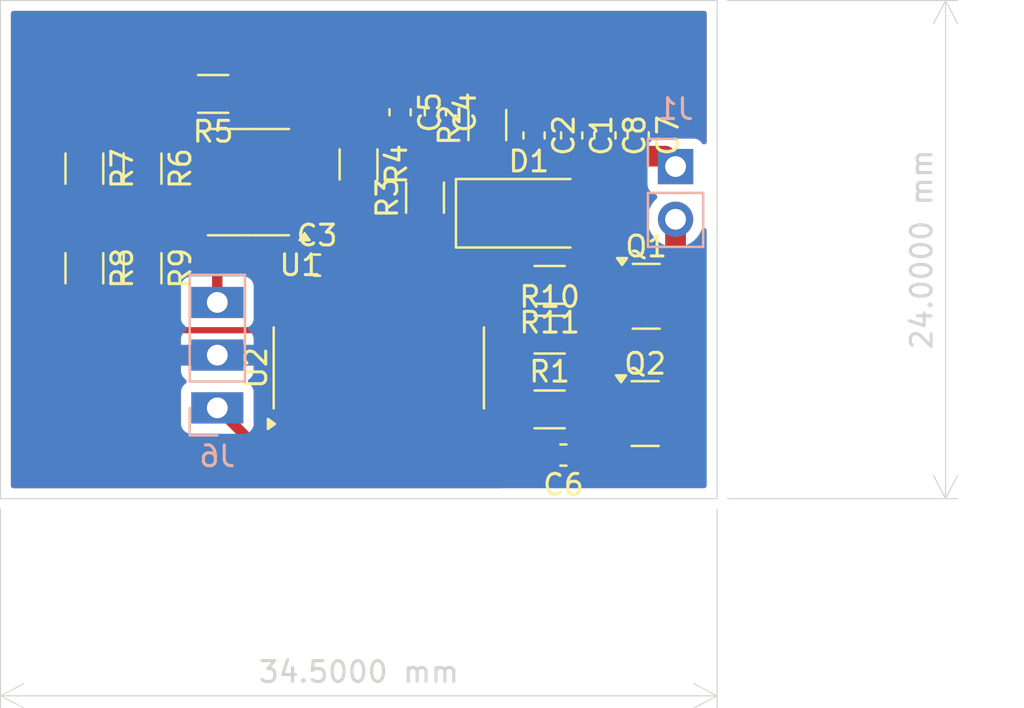
<source format=kicad_pcb>
(kicad_pcb (version 20240108) (generator "pcbnew") (generator_version "8.0")
  (layers (0 "F.Cu" signal) (31 "B.Cu" signal) (34 "B.Paste" user) (35 "F.Paste" user) (36 "B.SilkS" user "B.Silkscreen") (37 "F.SilkS" user "F.Silkscreen") (38 "B.Mask" user) (39 "F.Mask" user) (44 "Edge.Cuts" user))
  (net 0 "")
  (net 1 "Net-(D1-A)")
  (net 2 "GND")
  (net 3 "Net-(D1-K)")
  (net 4 "+5V")
  (net 5 "Net-(C4-Pad2)")
  (net 6 "Net-(C5-Pad1)")
  (net 7 "Net-(J1-Pin_2)")
  (net 8 "SWIO")
  (net 9 "Net-(Q1-G)")
  (net 10 "Net-(Q2-G)")
  (net 11 "PA2")
  (net 12 "Net-(U1A--)")
  (net 13 "Net-(U1B--)")
  (net 14 "Net-(U1B-+)")
  (net 15 "PD5")
  (net 16 "Vref")
  (net 17 "PA1")
  (net 18 "PC4")
  (net 19 "PD6")
  (net 20 "PC2")
  (net 21 "PC3")
  (net 22 "PC0")
  (net 23 "PD7NRST")
  (net 24 "PD4")
  (net 25 "PC6")
  (net 26 "PC1")
  (net 27 "PC7")
  (footprint "Package_TO_SOT_SMD:SOT-23" (layer "F.Cu") (at 151.5375 87.4)
    (property "Reference" "Q2" (at 0 -2.4 0) (layer "F.SilkS"))
    (property "Value" "AO3401A")
    (fp_line (start 0 -1.560001) (end -0.65 -1.56) (stroke (width 0.12)) (layer "F.SilkS"))
    (fp_line (start 0 -1.560001) (end 0.65 -1.56) (stroke (width 0.12)) (layer "F.SilkS"))
    (fp_line (start 0 1.560001) (end -0.65 1.56) (stroke (width 0.12)) (layer "F.SilkS"))
    (fp_line (start 0 1.560001) (end 0.65 1.56) (stroke (width 0.12)) (layer "F.SilkS"))
    (fp_poly (pts (xy -1.1625 -1.51) (xy -1.4025 -1.84) (xy -0.9225 -1.839999) (xy -1.1625 -1.51)) (stroke (width 0.12)) (fill solid) (layer "F.SilkS"))
    (pad "1" smd roundrect (at -0.9375 -0.95) (size 1.475 0.6) (layers "F.Cu" "F.Paste" "F.Mask") (net 10 "Net-(Q2-G)"))
    (pad "2" smd roundrect (at -0.9375 0.95) (size 1.475 0.6) (layers "F.Cu" "F.Paste" "F.Mask") (net 4 "+5V"))
    (pad "3" smd roundrect (at 0.937501 0) (size 1.475 0.6) (layers "F.Cu" "F.Paste" "F.Mask") (net 7 "Net-(J1-Pin_2)"))
  )
  (footprint "Package_TO_SOT_SMD:SOT-23" (layer "F.Cu") (at 151.5875 81.75)
    (property "Reference" "Q1" (at 0 -2.4 0) (layer "F.SilkS"))
    (property "Value" "AO3400A")
    (fp_line (start 0 -1.56) (end -0.65 -1.56) (stroke (width 0.12)) (layer "F.SilkS"))
    (fp_line (start 0 -1.56) (end 0.65 -1.56) (stroke (width 0.12)) (layer "F.SilkS"))
    (fp_line (start 0 1.56) (end -0.65 1.56) (stroke (width 0.12)) (layer "F.SilkS"))
    (fp_line (start 0 1.56) (end 0.65 1.56) (stroke (width 0.12)) (layer "F.SilkS"))
    (fp_poly (pts (xy -1.1625 -1.51) (xy -1.4025 -1.84) (xy -0.9225 -1.84) (xy -1.1625 -1.51)) (stroke (width 0.12)) (fill solid) (layer "F.SilkS"))
    (pad "1" smd roundrect (at -0.9375 -0.95) (size 1.475 0.6) (layers "F.Cu" "F.Paste" "F.Mask") (net 9 "Net-(Q1-G)"))
    (pad "2" smd roundrect (at -0.9375 0.95) (size 1.475 0.6) (layers "F.Cu" "F.Paste" "F.Mask") (net 2 "GND"))
    (pad "3" smd roundrect (at 0.9375 0) (size 1.475 0.6) (layers "F.Cu" "F.Paste" "F.Mask") (net 7 "Net-(J1-Pin_2)"))
  )
  (footprint "Resistor_SMD:R_1206_3216Metric" (layer "F.Cu") (at 146.9375 81.2 180)
    (property "Reference" "R11" (at 0 -1.82 0) (layer "F.SilkS"))
    (property "Value" "100k")
    (fp_line (start -0.727064 0.91) (end 0.727064 0.91) (stroke (width 0.12)) (layer "F.SilkS"))
    (fp_line (start -0.727064 -0.91) (end 0.727064 -0.91) (stroke (width 0.12)) (layer "F.SilkS"))
    (pad "1" smd roundrect (at -1.4625 0 180) (size 1.125 1.75) (layers "F.Cu" "F.Paste" "F.Mask") (roundrect_rratio 0.222222) (net 9 "Net-(Q1-G)"))
    (pad "2" smd roundrect (at 1.4625 0 180) (size 1.125 1.75) (layers "F.Cu" "F.Paste" "F.Mask") (roundrect_rratio 0.222222) (net 2 "GND"))
  )
  (footprint "Resistor_SMD:R_1206_3216Metric" (layer "F.Cu") (at 146.9375 87.2)
    (property "Reference" "R1" (at 0 -1.82 0) (layer "F.SilkS"))
    (property "Value" "100R")
    (fp_line (start -0.727064 -0.91) (end 0.727064 -0.91) (stroke (width 0.12)) (layer "F.SilkS"))
    (fp_line (start -0.727064 0.91) (end 0.727064 0.91) (stroke (width 0.12)) (layer "F.SilkS"))
    (pad "1" smd roundrect (at -1.4625 0) (size 1.125 1.75) (layers "F.Cu" "F.Paste" "F.Mask") (roundrect_rratio 0.222222) (net 11 "PA2"))
    (pad "2" smd roundrect (at 1.4625 0) (size 1.125 1.75) (layers "F.Cu" "F.Paste" "F.Mask") (roundrect_rratio 0.222222) (net 10 "Net-(Q2-G)"))
  )
  (footprint "Resistor_SMD:R_1206_3216Metric" (layer "F.Cu") (at 137.7375 75.4 -90)
    (property "Reference" "R4" (at 0 -1.82 90) (layer "F.SilkS"))
    (property "Value" "10k")
    (fp_line (start -0.727064 0.91) (end 0.727064 0.91) (stroke (width 0.12)) (layer "F.SilkS"))
    (fp_line (start -0.727064 -0.91) (end 0.727064 -0.91) (stroke (width 0.12)) (layer "F.SilkS"))
    (pad "1" smd roundrect (at -1.4625 0 270) (size 1.125 1.75) (layers "F.Cu" "F.Paste" "F.Mask") (roundrect_rratio 0.222222) (net 6 "Net-(C5-Pad1)"))
    (pad "2" smd roundrect (at 1.4625 0 270) (size 1.125 1.75) (layers "F.Cu" "F.Paste" "F.Mask") (roundrect_rratio 0.222222) (net 12 "Net-(U1A--)"))
  )
  (footprint "Package_SO:SOIC-8_3.9x4.9mm_P1.27mm" (layer "F.Cu") (at 132.4375 76.25 180)
    (property "Reference" "U1" (at -2.5 -4 0) (layer "F.SilkS"))
    (property "Value" "LM358")
    (fp_line (start 0 2.559999) (end 1.95 2.56) (stroke (width 0.12)) (layer "F.SilkS"))
    (fp_line (start 0 2.559999) (end -1.95 2.56) (stroke (width 0.12)) (layer "F.SilkS"))
    (fp_line (start 0 -2.559999) (end 1.95 -2.56) (stroke (width 0.12)) (layer "F.SilkS"))
    (fp_line (start 0 -2.559999) (end -1.95 -2.56) (stroke (width 0.12)) (layer "F.SilkS"))
    (fp_poly (pts (xy -2.7 -2.465) (xy -2.939999 -2.795) (xy -2.46 -2.795) (xy -2.7 -2.465)) (stroke (width 0.12)) (fill solid) (layer "F.SilkS"))
    (pad "1" smd roundrect (at -2.475 -1.905 180) (size 1.95 0.6) (layers "F.Cu" "F.Paste" "F.Mask") (net 13 "Net-(U1B--)"))
    (pad "2" smd roundrect (at -2.475 -0.635 180) (size 1.95 0.6) (layers "F.Cu" "F.Paste" "F.Mask") (net 12 "Net-(U1A--)"))
    (pad "3" smd roundrect (at -2.475 0.635 180) (size 1.95 0.6) (layers "F.Cu" "F.Paste" "F.Mask") (net 16 "Vref"))
    (pad "4" smd roundrect (at -2.475 1.905 180) (size 1.95 0.6) (layers "F.Cu" "F.Paste" "F.Mask") (net 2 "GND"))
    (pad "5" smd roundrect (at 2.475 1.905 180) (size 1.95 0.6) (layers "F.Cu" "F.Paste" "F.Mask") (net 14 "Net-(U1B-+)"))
    (pad "6" smd roundrect (at 2.475 0.635 180) (size 1.95 0.6) (layers "F.Cu" "F.Paste" "F.Mask") (net 13 "Net-(U1B--)"))
    (pad "7" smd roundrect (at 2.475 -0.635 180) (size 1.95 0.6) (layers "F.Cu" "F.Paste" "F.Mask") (net 22 "PC0"))
    (pad "8" smd roundrect (at 2.475 -1.905 180) (size 1.95 0.6) (layers "F.Cu" "F.Paste" "F.Mask") (net 4 "+5V"))
  )
  (footprint "Package_SO:SO-16_3.9x9.9mm_P1.27mm" (layer "F.Cu") (at 138.7125 85.2 90)
    (property "Reference" "U2" (at 0 -5.9 90) (layer "F.SilkS"))
    (property "Value" "CH32V003A4M6")
    (fp_line (start 0 -5.06) (end 1.95 -5.06) (stroke (width 0.12)) (layer "F.SilkS"))
    (fp_line (start 0 -5.06) (end -1.95 -5.06) (stroke (width 0.12)) (layer "F.SilkS"))
    (fp_line (start 0 5.06) (end 1.95 5.06) (stroke (width 0.12)) (layer "F.SilkS"))
    (fp_line (start 0 5.06) (end -1.95 5.06) (stroke (width 0.12)) (layer "F.SilkS"))
    (fp_poly (pts (xy -2.7 -5.005) (xy -2.94 -5.335) (xy -2.46 -5.335) (xy -2.7 -5.005)) (stroke (width 0.12)) (fill solid) (layer "F.SilkS"))
    (pad "1" smd roundrect (at -2.575 -4.445001 90) (size 1.75 0.6) (layers "F.Cu" "F.Paste" "F.Mask") (net 26 "PC1"))
    (pad "2" smd roundrect (at -2.575 -3.175 90) (size 1.75 0.6) (layers "F.Cu" "F.Paste" "F.Mask") (net 20 "PC2"))
    (pad "3" smd roundrect (at -2.575 -1.904999 90) (size 1.75 0.6) (layers "F.Cu" "F.Paste" "F.Mask") (net 21 "PC3"))
    (pad "4" smd roundrect (at -2.575 -0.635 90) (size 1.75 0.6) (layers "F.Cu" "F.Paste" "F.Mask") (net 18 "PC4"))
    (pad "5" smd roundrect (at -2.575 0.635 90) (size 1.75 0.6) (layers "F.Cu" "F.Paste" "F.Mask") (net 25 "PC6"))
    (pad "6" smd roundrect (at -2.575 1.904999 90) (size 1.75 0.6) (layers "F.Cu" "F.Paste" "F.Mask") (net 27 "PC7"))
    (pad "7" smd roundrect (at -2.575 3.175 90) (size 1.75 0.6) (layers "F.Cu" "F.Paste" "F.Mask") (net 8 "SWIO"))
    (pad "8" smd roundrect (at -2.575 4.445001 90) (size 1.75 0.6) (layers "F.Cu" "F.Paste" "F.Mask") (net 24 "PD4"))
    (pad "9" smd roundrect (at 2.575 4.445001 90) (size 1.75 0.6) (layers "F.Cu" "F.Paste" "F.Mask") (net 15 "PD5"))
    (pad "10" smd roundrect (at 2.575 3.175 90) (size 1.75 0.6) (layers "F.Cu" "F.Paste" "F.Mask") (net 19 "PD6"))
    (pad "11" smd roundrect (at 2.575 1.904999 90) (size 1.75 0.6) (layers "F.Cu" "F.Paste" "F.Mask") (net 23 "PD7NRST"))
    (pad "12" smd roundrect (at 2.575 0.635 90) (size 1.75 0.6) (layers "F.Cu" "F.Paste" "F.Mask") (net 17 "PA1"))
    (pad "13" smd roundrect (at 2.575 -0.635 90) (size 1.75 0.6) (layers "F.Cu" "F.Paste" "F.Mask") (net 11 "PA2"))
    (pad "14" smd roundrect (at 2.575 -1.904999 90) (size 1.75 0.6) (layers "F.Cu" "F.Paste" "F.Mask") (net 2 "GND"))
    (pad "15" smd roundrect (at 2.575 -3.175 90) (size 1.75 0.6) (layers "F.Cu" "F.Paste" "F.Mask") (net 4 "+5V"))
    (pad "16" smd roundrect (at 2.575 -4.445001 90) (size 1.75 0.6) (layers "F.Cu" "F.Paste" "F.Mask") (net 22 "PC0"))
  )
  (footprint "Resistor_SMD:R_1206_3216Metric" (layer "F.Cu") (at 127.3375 80.4 -90)
    (property "Reference" "R9" (at 0 -1.82 90) (layer "F.SilkS"))
    (property "Value" "10k")
    (fp_line (start -0.727064 0.91) (end 0.727064 0.91) (stroke (width 0.12)) (layer "F.SilkS"))
    (fp_line (start -0.727064 -0.91) (end 0.727064 -0.91) (stroke (width 0.12)) (layer "F.SilkS"))
    (pad "1" smd roundrect (at -1.4625 0 270) (size 1.125 1.75) (layers "F.Cu" "F.Paste" "F.Mask") (roundrect_rratio 0.222222) (net 4 "+5V"))
    (pad "2" smd roundrect (at 1.4625 0 270) (size 1.125 1.75) (layers "F.Cu" "F.Paste" "F.Mask") (roundrect_rratio 0.222222) (net 16 "Vref"))
  )
  (footprint "Diode_SMD:D_SMA" (layer "F.Cu") (at 145.9375 77.750001)
    (property "Reference" "D1" (at 0 -2.5 0) (layer "F.SilkS"))
    (property "Value" "D")
    (fp_line (start -3.51 -1.65) (end -3.51 1.65) (stroke (width 0.12)) (layer "F.SilkS"))
    (fp_line (start -3.51 -1.65) (end 2 -1.65) (stroke (width 0.12)) (layer "F.SilkS"))
    (fp_line (start -3.51 1.65) (end 2 1.65) (stroke (width 0.12)) (layer "F.SilkS"))
    (pad "1" smd roundrect (at -2.000001 0) (size 2.5 1.8) (layers "F.Cu" "F.Paste" "F.Mask") (roundrect_rratio 0.1388888889) (net 3 "Net-(D1-K)"))
    (pad "2" smd roundrect (at 2.000001 0) (size 2.5 1.8) (layers "F.Cu" "F.Paste" "F.Mask") (roundrect_rratio 0.1388888889) (net 1 "Net-(D1-A)"))
  )
  (footprint "Capacitor_SMD:C_0603_1608Metric_Pad1.08x0.95mm_HandSolder" (layer "F.Cu") (at 149.6 74 -90)
    (property "Reference" "C8" (at 0 -1.43 90) (layer "F.SilkS"))
    (property "Value" "Tune")
    (fp_line (start -0.146267 0.51) (end 0.146267 0.51) (stroke (width 0.12)) (layer "F.SilkS"))
    (fp_line (start -0.146267 -0.51) (end 0.146267 -0.51) (stroke (width 0.12)) (layer "F.SilkS"))
    (pad "1" smd roundrect (at -0.862501 0 270) (size 1.075 0.95) (layers "F.Cu" "F.Paste" "F.Mask") (net 2 "GND"))
    (pad "2" smd roundrect (at 0.862501 0 270) (size 1.075 0.95) (layers "F.Cu" "F.Paste" "F.Mask") (net 1 "Net-(D1-A)"))
  )
  (footprint "Capacitor_SMD:C_0603_1608Metric_Pad1.08x0.95mm_HandSolder" (layer "F.Cu") (at 147.600001 89.4 180)
    (property "Reference" "C6" (at 0 -1.43 0) (layer "F.SilkS"))
    (property "Value" "0.1uF")
    (fp_line (start -0.146267 0.51) (end 0.146267 0.51) (stroke (width 0.12)) (layer "F.SilkS"))
    (fp_line (start -0.146267 -0.51) (end 0.146267 -0.51) (stroke (width 0.12)) (layer "F.SilkS"))
    (pad "1" smd roundrect (at -0.862501 0 180) (size 1.075 0.95) (layers "F.Cu" "F.Paste" "F.Mask") (net 4 "+5V"))
    (pad "2" smd roundrect (at 0.862501 0 180) (size 1.075 0.95) (layers "F.Cu" "F.Paste" "F.Mask") (net 2 "GND"))
  )
  (footprint "Capacitor_SMD:C_0603_1608Metric_Pad1.08x0.95mm_HandSolder" (layer "F.Cu") (at 139.7375 72.887499 -90)
    (property "Reference" "C5" (at 0 -1.43 90) (layer "F.SilkS"))
    (property "Value" "10n")
    (fp_line (start -0.146267 0.51) (end 0.146267 0.51) (stroke (width 0.12)) (layer "F.SilkS"))
    (fp_line (start -0.146267 -0.51) (end 0.146267 -0.51) (stroke (width 0.12)) (layer "F.SilkS"))
    (pad "1" smd roundrect (at -0.862501 0 270) (size 1.075 0.95) (layers "F.Cu" "F.Paste" "F.Mask") (net 6 "Net-(C5-Pad1)"))
    (pad "2" smd roundrect (at 0.862501 0 270) (size 1.075 0.95) (layers "F.Cu" "F.Paste" "F.Mask") (net 5 "Net-(C4-Pad2)"))
  )
  (footprint "Resistor_SMD:R_1206_3216Metric" (layer "F.Cu") (at 124.5375 75.6 -90)
    (property "Reference" "R7" (at 0 -1.82 90) (layer "F.SilkS"))
    (property "Value" "10k")
    (fp_line (start -0.727064 0.91) (end 0.727064 0.91) (stroke (width 0.12)) (layer "F.SilkS"))
    (fp_line (start -0.727064 -0.91) (end 0.727064 -0.91) (stroke (width 0.12)) (layer "F.SilkS"))
    (pad "1" smd roundrect (at -1.4625 0 270) (size 1.125 1.75) (layers "F.Cu" "F.Paste" "F.Mask") (roundrect_rratio 0.222222) (net 14 "Net-(U1B-+)"))
    (pad "2" smd roundrect (at 1.4625 0 270) (size 1.125 1.75) (layers "F.Cu" "F.Paste" "F.Mask") (roundrect_rratio 0.222222) (net 16 "Vref"))
  )
  (footprint "Resistor_SMD:R_1206_3216Metric" (layer "F.Cu") (at 127.3375 75.6 -90)
    (property "Reference" "R6" (at 0 -1.82 90) (layer "F.SilkS"))
    (property "Value" "100k")
    (fp_line (start -0.727064 0.91) (end 0.727064 0.91) (stroke (width 0.12)) (layer "F.SilkS"))
    (fp_line (start -0.727064 -0.91) (end 0.727064 -0.91) (stroke (width 0.12)) (layer "F.SilkS"))
    (pad "1" smd roundrect (at -1.4625 0 270) (size 1.125 1.75) (layers "F.Cu" "F.Paste" "F.Mask") (roundrect_rratio 0.222222) (net 14 "Net-(U1B-+)"))
    (pad "2" smd roundrect (at 1.4625 0 270) (size 1.125 1.75) (layers "F.Cu" "F.Paste" "F.Mask") (roundrect_rratio 0.222222) (net 22 "PC0"))
  )
  (footprint "Capacitor_SMD:C_0603_1608Metric_Pad1.08x0.95mm_HandSolder" (layer "F.Cu") (at 146.187501 74 -90)
    (property "Reference" "C2" (at 0 -1.43 90) (layer "F.SilkS"))
    (property "Value" "3n3")
    (fp_line (start -0.146267 0.51) (end 0.146267 0.51) (stroke (width 0.12)) (layer "F.SilkS"))
    (fp_line (start -0.146267 -0.51) (end 0.146267 -0.51) (stroke (width 0.12)) (layer "F.SilkS"))
    (pad "1" smd roundrect (at -0.862501 0 270) (size 1.075 0.95) (layers "F.Cu" "F.Paste" "F.Mask") (net 2 "GND"))
    (pad "2" smd roundrect (at 0.862501 0 270) (size 1.075 0.95) (layers "F.Cu" "F.Paste" "F.Mask") (net 3 "Net-(D1-K)"))
  )
  (footprint "Resistor_SMD:R_1206_3216Metric" (layer "F.Cu") (at 146.9375 83.6)
    (property "Reference" "R10" (at 0 -1.82 0) (layer "F.SilkS"))
    (property "Value" "100R")
    (fp_line (start -0.727064 -0.91) (end 0.727064 -0.91) (stroke (width 0.12)) (layer "F.SilkS"))
    (fp_line (start -0.727064 0.91) (end 0.727064 0.91) (stroke (width 0.12)) (layer "F.SilkS"))
    (pad "1" smd roundrect (at -1.4625 0) (size 1.125 1.75) (layers "F.Cu" "F.Paste" "F.Mask") (roundrect_rratio 0.222222) (net 17 "PA1"))
    (pad "2" smd roundrect (at 1.4625 0) (size 1.125 1.75) (layers "F.Cu" "F.Paste" "F.Mask") (roundrect_rratio 0.222222) (net 9 "Net-(Q1-G)"))
  )
  (footprint "Capacitor_SMD:C_0603_1608Metric_Pad1.08x0.95mm_HandSolder" (layer "F.Cu") (at 148 74 -90)
    (property "Reference" "C1" (at 0 -1.43 90) (layer "F.SilkS"))
    (property "Value" "Tune")
    (fp_line (start -0.146267 0.51) (end 0.146267 0.51) (stroke (width 0.12)) (layer "F.SilkS"))
    (fp_line (start -0.146267 -0.51) (end 0.146267 -0.51) (stroke (width 0.12)) (layer "F.SilkS"))
    (pad "1" smd roundrect (at -0.862501 0 270) (size 1.075 0.95) (layers "F.Cu" "F.Paste" "F.Mask") (net 2 "GND"))
    (pad "2" smd roundrect (at 0.862501 0 270) (size 1.075 0.95) (layers "F.Cu" "F.Paste" "F.Mask") (net 1 "Net-(D1-A)"))
  )
  (footprint "Capacitor_SMD:C_0603_1608Metric_Pad1.08x0.95mm_HandSolder" (layer "F.Cu") (at 135.7375 80.25)
    (property "Reference" "C3" (at 0 -1.43 0) (layer "F.SilkS"))
    (property "Value" "0.1uF")
    (fp_line (start -0.146267 -0.51) (end 0.146267 -0.51) (stroke (width 0.12)) (layer "F.SilkS"))
    (fp_line (start -0.146267 0.51) (end 0.146267 0.51) (stroke (width 0.12)) (layer "F.SilkS"))
    (pad "1" smd roundrect (at -0.8625 0) (size 1.075 0.95) (layers "F.Cu" "F.Paste" "F.Mask") (net 4 "+5V"))
    (pad "2" smd roundrect (at 0.8625 0) (size 1.075 0.95) (layers "F.Cu" "F.Paste" "F.Mask") (net 2 "GND"))
  )
  (footprint "Resistor_SMD:R_1206_3216Metric" (layer "F.Cu") (at 143.9375 73.5 90)
    (property "Reference" "R2" (at 0 -1.82 90) (layer "F.SilkS"))
    (property "Value" "100k")
    (fp_line (start -0.727064 -0.91) (end 0.727064 -0.91) (stroke (width 0.12)) (layer "F.SilkS"))
    (fp_line (start -0.727064 0.91) (end 0.727064 0.91) (stroke (width 0.12)) (layer "F.SilkS"))
    (pad "1" smd roundrect (at -1.4625 0 90) (size 1.125 1.75) (layers "F.Cu" "F.Paste" "F.Mask") (roundrect_rratio 0.222222) (net 3 "Net-(D1-K)"))
    (pad "2" smd roundrect (at 1.4625 0 90) (size 1.125 1.75) (layers "F.Cu" "F.Paste" "F.Mask") (roundrect_rratio 0.222222) (net 2 "GND"))
  )
  (footprint "Resistor_SMD:R_1206_3216Metric" (layer "F.Cu") (at 130.7375 72 180)
    (property "Reference" "R5" (at 0 -1.82 0) (layer "F.SilkS"))
    (property "Value" "100k")
    (fp_line (start -0.727064 0.91) (end 0.727064 0.91) (stroke (width 0.12)) (layer "F.SilkS"))
    (fp_line (start -0.727064 -0.91) (end 0.727064 -0.91) (stroke (width 0.12)) (layer "F.SilkS"))
    (pad "1" smd roundrect (at -1.4625 0 180) (size 1.125 1.75) (layers "F.Cu" "F.Paste" "F.Mask") (roundrect_rratio 0.222222) (net 12 "Net-(U1A--)"))
    (pad "2" smd roundrect (at 1.4625 0 180) (size 1.125 1.75) (layers "F.Cu" "F.Paste" "F.Mask") (roundrect_rratio 0.222222) (net 13 "Net-(U1B--)"))
  )
  (footprint "Capacitor_SMD:C_0603_1608Metric_Pad1.08x0.95mm_HandSolder" (layer "F.Cu") (at 151.2 74 -90)
    (property "Reference" "C7" (at 0 -1.43 90) (layer "F.SilkS"))
    (property "Value" "Tune")
    (fp_line (start -0.146267 0.51) (end 0.146267 0.51) (stroke (width 0.12)) (layer "F.SilkS"))
    (fp_line (start -0.146267 -0.51) (end 0.146267 -0.51) (stroke (width 0.12)) (layer "F.SilkS"))
    (pad "1" smd roundrect (at -0.862501 0 270) (size 1.075 0.95) (layers "F.Cu" "F.Paste" "F.Mask") (net 2 "GND"))
    (pad "2" smd roundrect (at 0.862501 0 270) (size 1.075 0.95) (layers "F.Cu" "F.Paste" "F.Mask") (net 1 "Net-(D1-A)"))
  )
  (footprint "Resistor_SMD:R_1206_3216Metric" (layer "F.Cu") (at 124.5375 80.4 -90)
    (property "Reference" "R8" (at 0 -1.82 90) (layer "F.SilkS"))
    (property "Value" "10k")
    (fp_line (start -0.727064 0.91) (end 0.727064 0.91) (stroke (width 0.12)) (layer "F.SilkS"))
    (fp_line (start -0.727064 -0.91) (end 0.727064 -0.91) (stroke (width 0.12)) (layer "F.SilkS"))
    (pad "1" smd roundrect (at -1.4625 0 270) (size 1.125 1.75) (layers "F.Cu" "F.Paste" "F.Mask") (roundrect_rratio 0.222222) (net 16 "Vref"))
    (pad "2" smd roundrect (at 1.4625 0 270) (size 1.125 1.75) (layers "F.Cu" "F.Paste" "F.Mask") (roundrect_rratio 0.222222) (net 2 "GND"))
  )
  (footprint "Capacitor_SMD:C_0603_1608Metric_Pad1.08x0.95mm_HandSolder" (layer "F.Cu") (at 141.4375 72.887499 -90)
    (property "Reference" "C4" (at 0 -1.43 90) (layer "F.SilkS"))
    (property "Value" "3n3")
    (fp_line (start -0.146267 0.51) (end 0.146267 0.51) (stroke (width 0.12)) (layer "F.SilkS"))
    (fp_line (start -0.146267 -0.51) (end 0.146267 -0.51) (stroke (width 0.12)) (layer "F.SilkS"))
    (pad "1" smd roundrect (at -0.862501 0 270) (size 1.075 0.95) (layers "F.Cu" "F.Paste" "F.Mask") (net 2 "GND"))
    (pad "2" smd roundrect (at 0.862501 0 270) (size 1.075 0.95) (layers "F.Cu" "F.Paste" "F.Mask") (net 5 "Net-(C4-Pad2)"))
  )
  (footprint "Resistor_SMD:R_1206_3216Metric" (layer "F.Cu") (at 140.9375 77 90)
    (property "Reference" "R3" (at 0 -1.82 90) (layer "F.SilkS"))
    (property "Value" "10k")
    (fp_line (start -0.727064 -0.91) (end 0.727064 -0.91) (stroke (width 0.12)) (layer "F.SilkS"))
    (fp_line (start -0.727064 0.91) (end 0.727064 0.91) (stroke (width 0.12)) (layer "F.SilkS"))
    (pad "1" smd roundrect (at -1.4625 0 90) (size 1.125 1.75) (layers "F.Cu" "F.Paste" "F.Mask") (roundrect_rratio 0.222222) (net 3 "Net-(D1-K)"))
    (pad "2" smd roundrect (at 1.4625 0 90) (size 1.125 1.75) (layers "F.Cu" "F.Paste" "F.Mask") (roundrect_rratio 0.222222) (net 5 "Net-(C4-Pad2)"))
  )
  (footprint "Connector_PinSocket_2.54mm:PinSocket_1x02_P2.54mm_Vertical" (layer "B.Cu") (at 153 75.5 180)
    (property "Reference" "J1" (at 0 2.77 0) (layer "B.SilkS") (effects (justify mirror)))
    (property "Value" "Coil")
    (fp_line (start 1.33 1.33) (end 0 1.33) (stroke (width 0.12)) (layer "B.SilkS"))
    (fp_line (start 1.33 0) (end 1.33 1.33) (stroke (width 0.12)) (layer "B.SilkS"))
    (fp_line (start 1.33 -1.270001) (end -1.33 -1.270001) (stroke (width 0.12)) (layer "B.SilkS"))
    (fp_line (start 1.33 -3.87) (end 1.33 -1.270001) (stroke (width 0.12)) (layer "B.SilkS"))
    (fp_line (start 1.33 -3.87) (end -1.33 -3.87) (stroke (width 0.12)) (layer "B.SilkS"))
    (fp_line (start -1.33 -3.87) (end -1.33 -1.270001) (stroke (width 0.12)) (layer "B.SilkS"))
    (pad "1" thru_hole rect (at 0 0 180) (size 1.7 1.7) (drill 1) (layers "*.Cu" "*.Mask") (net 1 "Net-(D1-A)"))
    (pad "2" thru_hole oval (at 0 -2.54 180) (size 1.7 1.7) (drill 1) (layers "*.Cu" "*.Mask") (net 7 "Net-(J1-Pin_2)"))
  )
  (footprint "Connector_PinHeader_2.54mm:PinHeader_1x03_P2.54mm_Vertical" (layer "B.Cu") (at 130.9375 87.125)
    (property "Reference" "J6" (at 0 2.33 0) (layer "B.SilkS") (effects (justify mirror)))
    (property "Value" "PROG")
    (fp_line (start -1.33 -6.409999) (end -1.33 -1.270001) (stroke (width 0.12)) (layer "B.SilkS"))
    (fp_line (start -1.33 1.33) (end -1.33 0) (stroke (width 0.12)) (layer "B.SilkS"))
    (fp_line (start 0 1.33) (end -1.33 1.33) (stroke (width 0.12)) (layer "B.SilkS"))
    (fp_line (start 1.33 -6.409999) (end -1.33 -6.409999) (stroke (width 0.12)) (layer "B.SilkS"))
    (fp_line (start 1.33 -6.409999) (end 1.33 -1.270001) (stroke (width 0.12)) (layer "B.SilkS"))
    (fp_line (start 1.33 -1.270001) (end -1.33 -1.270001) (stroke (width 0.12)) (layer "B.SilkS"))
    (pad "1" thru_hole rect (at 0 0) (size 2.5 1.5) (drill 1) (layers "*.Cu" "*.Mask") (net 8 "SWIO"))
    (pad "2" thru_hole rect (at 0 -2.54) (size 2.5 1.5) (drill 1) (layers "*.Cu" "*.Mask") (net 2 "GND") (thermal_bridge_width 1))
    (pad "3" thru_hole rect (at 0 -5.079999) (size 2.5 1.5) (drill 1) (layers "*.Cu" "*.Mask") (net 4 "+5V"))
  )
  (gr_line (start 155 67.5) (end 120.5 67.5) (stroke (width 0.05)) (layer "Edge.Cuts"))
  (gr_line (start 120.5 91.5) (end 155 91.5) (stroke (width 0.05)) (layer "Edge.Cuts"))
  (gr_line (start 155 91.5) (end 155 67.5) (stroke (width 0.05)) (layer "Edge.Cuts"))
  (gr_line (start 120.5 67.5) (end 120.5 91.5) (stroke (width 0.05)) (layer "Edge.Cuts"))
  (gr_text "B.I. 2025" (at 121.5 83.6 270) (layer "F.Cu" knockout) (effects (font (size 1 1) (thickness 0.2)) (justify left bottom)))
  (dimension (type aligned) (layer "Edge.Cuts") (pts (xy 155 91.5) (xy 155 67.5)) (height 11) (gr_text "24.0000 mm" (at 164.85 79.5 90) (layer "Edge.Cuts") (effects (font (size 1 1) (thickness 0.15)))) (format (prefix "") (suffix "") (units 3) (units_format 1) (precision 4)) (style (thickness 0.05) (arrow_length 1.27) (text_position_mode 0) (extension_height 0.58642) (extension_offset 0.5) keep_text_aligned))
  (dimension (type aligned) (layer "Edge.Cuts") (pts (xy 120.5 91.5) (xy 155 91.5)) (height 9.5) (gr_text "34.5000 mm" (at 137.75 99.85 0) (layer "Edge.Cuts") (effects (font (size 1 1) (thickness 0.15)))) (format (prefix "") (suffix "") (units 3) (units_format 1) (precision 4)) (style (thickness 0.05) (arrow_length 1.27) (text_position_mode 0) (extension_height 0.58642) (extension_offset 0.5) keep_text_aligned))
  (segment (start 148.1325 77.555002) (end 147.937501 77.750001) (width 0.5) (layer "F.Cu") (net 1))
  (segment (start 148.269999 75) (end 148.1325 74.862501) (width 1) (layer "F.Cu") (net 1))
  (segment (start 152.5 75) (end 148.269999 75) (width 1) (layer "F.Cu") (net 1))
  (segment (start 148.1325 75.6) (end 148.1325 77.555002) (width 0.5) (layer "F.Cu") (net 1))
  (segment (start 153 75.5) (end 152.5 75) (width 1) (layer "F.Cu") (net 1))
  (segment (start 148.1325 74.862501) (end 148.1325 75.6) (width 0.5) (layer "F.Cu") (net 1))
  (segment (start 150.65 84.6875) (end 150.1375 85.2) (width 0.5) (layer "F.Cu") (net 2))
  (segment (start 146.5875 82.3125) (end 146.5875 81.2) (width 0.5) (layer "F.Cu") (net 2))
  (segment (start 139.3375 75.8) (end 139.3375 80.25) (width 0.5) (layer "F.Cu") (net 2))
  (segment (start 146.5875 89.25) (end 146.5875 82.3125) (width 0.5) (layer "F.Cu") (net 2))
  (segment (start 136.807501 80.457501) (end 136.807501 82.625) (width 0.5) (layer "F.Cu") (net 2))
  (segment (start 143.924998 72.024998) (end 143.9375 72.0375) (width 0.5) (layer "F.Cu") (net 2))
  (segment (start 141.4375 72.024998) (end 143.924998 72.024998) (width 0.5) (layer "F.Cu") (net 2))
  (segment (start 137.124202 75.4) (end 138.9375 75.4) (width 0.5) (layer "F.Cu") (net 2))
  (segment (start 134.9125 74.345) (end 136.069202 74.345) (width 0.5) (layer "F.Cu") (net 2))
  (segment (start 146.5875 81.2) (end 145.475 81.2) (width 0.5) (layer "F.Cu") (net 2))
  (segment (start 150.65 82.7) (end 150.65 84.6875) (width 0.5) (layer "F.Cu") (net 2))
  (segment (start 138.9375 75.4) (end 139.3375 75.8) (width 0.5) (layer "F.Cu") (net 2))
  (segment (start 146.5875 85.2) (end 146.5875 82.3125) (width 0.5) (layer "F.Cu") (net 2))
  (segment (start 136.069202 74.345) (end 137.124202 75.4) (width 0.5) (layer "F.Cu") (net 2))
  (segment (start 136.6 80.25) (end 136.807501 80.457501) (width 0.5) (layer "F.Cu") (net 2))
  (segment (start 139.3375 80.25) (end 136.6 80.25) (width 0.5) (layer "F.Cu") (net 2))
  (segment (start 150.1375 85.2) (end 146.5875 85.2) (width 0.5) (layer "F.Cu") (net 2))
  (segment (start 146.187501 73.137499) (end 148.1325 73.137499) (width 0.5) (layer "F.Cu") (net 2))
  (segment (start 144.2 81.2) (end 143.25 80.25) (width 0.5) (layer "F.Cu") (net 2))
  (segment (start 145.475 81.2) (end 144.2 81.2) (width 0.5) (layer "F.Cu") (net 2))
  (segment (start 143.25 80.25) (end 139.3375 80.25) (width 0.5) (layer "F.Cu") (net 2))
  (segment (start 146.7375 89.4) (end 146.5875 89.25) (width 0.5) (layer "F.Cu") (net 2))
  (segment (start 143.9375 74.9625) (end 143.9375 77.75) (width 0.5) (layer "F.Cu") (net 3))
  (segment (start 140.9375 78.4625) (end 143.225 78.4625) (width 0.5) (layer "F.Cu") (net 3))
  (segment (start 143.9375 74.9625) (end 146.087502 74.9625) (width 0.5) (layer "F.Cu") (net 3))
  (segment (start 146.087502 74.9625) (end 146.187501 74.862501) (width 0.5) (layer "F.Cu") (net 3))
  (segment (start 143.225 78.4625) (end 143.937499 77.750001) (width 0.5) (layer "F.Cu") (net 3))
  (segment (start 143.9375 77.75) (end 143.937499 77.750001) (width 0.5) (layer "F.Cu") (net 3))
  (segment (start 134.875 80.25) (end 135.5375 80.9125) (width 0.5) (layer "F.Cu") (net 4))
  (segment (start 129.9625 78.155) (end 128.9825 78.155) (width 0.5) (layer "F.Cu") (net 4))
  (segment (start 130.9375 78.155) (end 130.9375 82.045001) (width 0.5) (layer "F.Cu") (net 4))
  (segment (start 135.5375 84) (end 137.7375 86.2) (width 0.5) (layer "F.Cu") (net 4))
  (segment (start 150.6 89.1375) (end 150.6 88.35) (width 0.5) (layer "F.Cu") (net 4))
  (segment (start 128.2 78.9375) (end 127.3375 78.9375) (width 0.5) (layer "F.Cu") (net 4))
  (segment (start 143.451607 86.2) (end 144.1375 86.885893) (width 0.5) (layer "F.Cu") (net 4))
  (segment (start 150.3375 89.4) (end 150.6 89.1375) (width 0.5) (layer "F.Cu") (net 4))
  (segment (start 135.5375 82.625) (end 135.5375 84) (width 0.5) (layer "F.Cu") (net 4))
  (segment (start 137.7375 86.2) (end 143.451607 86.2) (width 0.5) (layer "F.Cu") (net 4))
  (segment (start 147.362502 90.5) (end 148.462502 89.4) (width 0.5) (layer "F.Cu") (net 4))
  (segment (start 129.9625 78.155) (end 130.9375 78.155) (width 0.5) (layer "F.Cu") (net 4))
  (segment (start 128.9825 78.155) (end 128.2 78.9375) (width 0.5) (layer "F.Cu") (net 4))
  (segment (start 135.5375 80.9125) (end 135.5375 82.625) (width 0.5) (layer "F.Cu") (net 4))
  (segment (start 130.9375 80.25) (end 134.875 80.25) (width 0.5) (layer "F.Cu") (net 4))
  (segment (start 145.4375 90.5) (end 147.362502 90.5) (width 0.5) (layer "F.Cu") (net 4))
  (segment (start 144.1375 89.2) (end 145.4375 90.5) (width 0.5) (layer "F.Cu") (net 4))
  (segment (start 144.1375 86.885893) (end 144.1375 89.2) (width 0.5) (layer "F.Cu") (net 4))
  (segment (start 148.462502 89.4) (end 150.3375 89.4) (width 0.5) (layer "F.Cu") (net 4))
  (segment (start 130.9375 82.045001) (end 130.9375 80.25) (width 0.5) (layer "F.Cu") (net 4))
  (segment (start 141.4375 73.75) (end 141.4375 75.0375) (width 0.5) (layer "F.Cu") (net 5))
  (segment (start 141.4375 73.75) (end 139.7375 73.75) (width 0.5) (layer "F.Cu") (net 5))
  (segment (start 141.4375 75.0375) (end 140.9375 75.5375) (width 0.5) (layer "F.Cu") (net 5))
  (segment (start 137.7375 72.8) (end 138.512502 72.024998) (width 0.5) (layer "F.Cu") (net 6))
  (segment (start 137.7375 73.9375) (end 137.7375 72.8) (width 0.5) (layer "F.Cu") (net 6))
  (segment (start 138.512502 72.024998) (end 139.7375 72.024998) (width 0.5) (layer "F.Cu") (net 6))
  (segment (start 153 86.875001) (end 152.475001 87.4) (width 1) (layer "F.Cu") (net 7))
  (segment (start 153 78.04) (end 153 86.875001) (width 1) (layer "F.Cu") (net 7))
  (segment (start 141.8875 88.649999) (end 141.8875 87.775) (width 0.5) (layer "F.Cu") (net 8))
  (segment (start 141.337499 89.2) (end 141.8875 88.649999) (width 0.5) (layer "F.Cu") (net 8))
  (segment (start 130.9375 87.125) (end 133.0125 89.2) (width 0.5) (layer "F.Cu") (net 8))
  (segment (start 133.0125 89.2) (end 141.337499 89.2) (width 0.5) (layer "F.Cu") (net 8))
  (segment (start 150.65 80.8) (end 148.8 80.8) (width 0.5) (layer "F.Cu") (net 9))
  (segment (start 148.8 80.8) (end 148.4 81.2) (width 0.5) (layer "F.Cu") (net 9))
  (segment (start 148.4 83.6) (end 148.4 81.2) (width 0.5) (layer "F.Cu") (net 9))
  (segment (start 150.6 86.45) (end 149.15 86.45) (width 0.5) (layer "F.Cu") (net 10))
  (segment (start 149.15 86.45) (end 148.4 87.2) (width 0.5) (layer "F.Cu") (net 10))
  (segment (start 145.475 86.0375) (end 145.475 87.2) (width 0.5) (layer "F.Cu") (net 11))
  (segment (start 138.0775 83.36137) (end 139.56613 84.85) (width 0.5) (layer "F.Cu") (net 11))
  (segment (start 139.56613 84.85) (end 144.2875 84.85) (width 0.5) (layer "F.Cu") (net 11))
  (segment (start 138.0775 82.625) (end 138.0775 83.36137) (width 0.5) (layer "F.Cu") (net 11))
  (segment (start 144.2875 84.85) (end 145.475 86.0375) (width 0.5) (layer "F.Cu") (net 11))
  (segment (start 132.3375 76.2) (end 132.3375 72.1375) (width 0.5) (layer "F.Cu") (net 12))
  (segment (start 133.0225 76.885) (end 132.3375 76.2) (width 0.5) (layer "F.Cu") (net 12))
  (segment (start 136.0225 76.885) (end 136.045 76.8625) (width 0.5) (layer "F.Cu") (net 12))
  (segment (start 134.9125 76.885) (end 133.0225 76.885) (width 0.5) (layer "F.Cu") (net 12))
  (segment (start 132.3375 72.1375) (end 132.2 72) (width 0.5) (layer "F.Cu") (net 12))
  (segment (start 136.045 76.8625) (end 137.7375 76.8625) (width 0.5) (layer "F.Cu") (net 12))
  (segment (start 134.9125 76.885) (end 136.0225 76.885) (width 0.5) (layer "F.Cu") (net 12))
  (segment (start 131.5375 76.8) (end 132.8925 78.155) (width 0.5) (layer "F.Cu") (net 13))
  (segment (start 131.5375 75.615) (end 131.5375 75.415) (width 0.5) (layer "F.Cu") (net 13))
  (segment (start 129.9375 72) (end 129.275 72) (width 0.5) (layer "F.Cu") (net 13))
  (segment (start 131.5375 75.415) (end 131.5375 73.6) (width 0.5) (layer "F.Cu") (net 13))
  (segment (start 131.5375 73.6) (end 129.9375 72) (width 0.5) (layer "F.Cu") (net 13))
  (segment (start 129.9625 75.615) (end 131.5375 75.615) (width 0.5) (layer "F.Cu") (net 13))
  (segment (start 132.8925 78.155) (end 134.9125 78.155) (width 0.5) (layer "F.Cu") (net 13))
  (segment (start 131.5375 75.415) (end 131.5375 76.8) (width 0.5) (layer "F.Cu") (net 13))
  (segment (start 124.745 74.345) (end 129.9625 74.345) (width 0.5) (layer "F.Cu") (net 14))
  (segment (start 124.5375 74.1375) (end 124.745 74.345) (width 0.5) (layer "F.Cu") (net 14))
  (segment (start 124.5375 77.0625) (end 124.5375 78.9375) (width 0.5) (layer "F.Cu") (net 16))
  (segment (start 132.9375 70.575) (end 133.3375 70.975) (width 0.5) (layer "F.Cu") (net 16))
  (segment (start 123.5 77.0625) (end 124.5375 77.0625) (width 0.5) (layer "F.Cu") (net 16))
  (segment (start 126.8 81.8625) (end 127.3375 81.8625) (width 0.5) (layer "F.Cu") (net 16))
  (segment (start 124.5375 79.6) (end 126.8 81.8625) (width 0.5) (layer "F.Cu") (net 16))
  (segment (start 122.9375 72.6389) (end 125.0014 70.575) (width 0.5) (layer "F.Cu") (net 16))
  (segment (start 122.948168 72.636889) (end 122.9375 72.6389) (width 0.5) (layer "F.Cu") (net 16))
  (segment (start 125.0014 70.575) (end 132.9375 70.575) (width 0.5) (layer "F.Cu") (net 16))
  (segment (start 133.7525 75.615) (end 134.9125 75.615) (width 0.5) (layer "F.Cu") (net 16))
  (segment (start 133.3375 70.975) (end 133.3375 75.2) (width 0.5) (layer "F.Cu") (net 16))
  (segment (start 122.9375 72.6389) (end 122.9375 76.5) (width 0.5) (layer "F.Cu") (net 16))
  (segment (start 122.9375 76.5) (end 123.5 77.0625) (width 0.5) (layer "F.Cu") (net 16))
  (segment (start 124.5375 78.9375) (end 124.5375 79.6) (width 0.5) (layer "F.Cu") (net 16))
  (segment (start 133.3375 75.2) (end 133.7525 75.615) (width 0.5) (layer "F.Cu") (net 16))
  (segment (start 139.897501 84.05) (end 145.025 84.05) (width 0.5) (layer "F.Cu") (net 17))
  (segment (start 145.025 84.05) (end 145.475 83.6) (width 0.5) (layer "F.Cu") (net 17))
  (segment (start 139.3475 82.625) (end 139.3475 83.499999) (width 0.5) (layer "F.Cu") (net 17))
  (segment (start 139.3475 83.499999) (end 139.897501 84.05) (width 0.5) (layer "F.Cu") (net 17))
  (segment (start 134.267499 83.385) (end 134.267499 82.625) (width 0.3) (layer "F.Cu") (net 22))
  (segment (start 128.7375 80.4) (end 128.9375 80.6) (width 0.3) (layer "F.Cu") (net 22))
  (segment (start 126.5375 80.4) (end 128.7375 80.4) (width 0.3) (layer "F.Cu") (net 22))
  (segment (start 127.515 76.885) (end 129.9625 76.885) (width 0.5) (layer "F.Cu") (net 22))
  (segment (start 127.3375 77.0625) (end 127.515 76.885) (width 0.5) (layer "F.Cu") (net 22))
  (segment (start 128.9375 80.6) (end 128.9375 82.945001) (width 0.3) (layer "F.Cu") (net 22))
  (segment (start 126.0125 79.875) (end 126.5375 80.4) (width 0.3) (layer "F.Cu") (net 22))
  (segment (start 129.377499 83.385) (end 134.267499 83.385) (width 0.3) (layer "F.Cu") (net 22))
  (segment (start 127.3375 77.0625) (end 126.4625 77.0625) (width 0.3) (layer "F.Cu") (net 22))
  (segment (start 128.9375 82.945001) (end 129.377499 83.385) (width 0.3) (layer "F.Cu") (net 22))
  (segment (start 126.0125 77.5125) (end 126.0125 79.875) (width 0.3) (layer "F.Cu") (net 22))
  (segment (start 126.4625 77.0625) (end 126.0125 77.5125) (width 0.3) (layer "F.Cu") (net 22))
  (zone (net 0) (net_name "") (layer "F.Cu") (connect_pads (clearance 0)) (min_thickness 0.25)
    (keepout (tracks allowed) (vias allowed) (pads allowed) (copperpour not_allowed) (footprints allowed))
    (fill (thermal_gap 0.5) (thermal_bridge_width 0.5))
    (polygon (pts (xy 149.2 81.2) (xy 151.5875 81.2) (xy 151.8 81.4125) (xy 151.8 82.6) (xy 149.4 82.6) (xy 149.2 82.4)))
  )
  (zone (net 0) (net_name "") (layer "F.Cu") (connect_pads (clearance 0)) (min_thickness 0.25)
    (keepout (tracks allowed) (vias allowed) (pads allowed) (copperpour not_allowed) (footprints allowed))
    (fill (thermal_gap 0.5) (thermal_bridge_width 0.5))
    (polygon (pts (xy 136.2 83.6) (xy 138.8 83.6) (xy 141.8 83.6) (xy 141.8 87.2) (xy 133.4 87.2) (xy 133.4 83.6)))
  )
  (zone (net 2) (net_name "GND") (layers "F&B.Cu") (connect_pads (clearance 0.5)) (min_thickness 0.25) (fill yes (thermal_gap 0.5) (thermal_bridge_width 0.5))
    (polygon (pts (xy 120.5 67.5) (xy 120.5 91.5) (xy 155 91.5) (xy 155 67.5)))
  )
)
</source>
